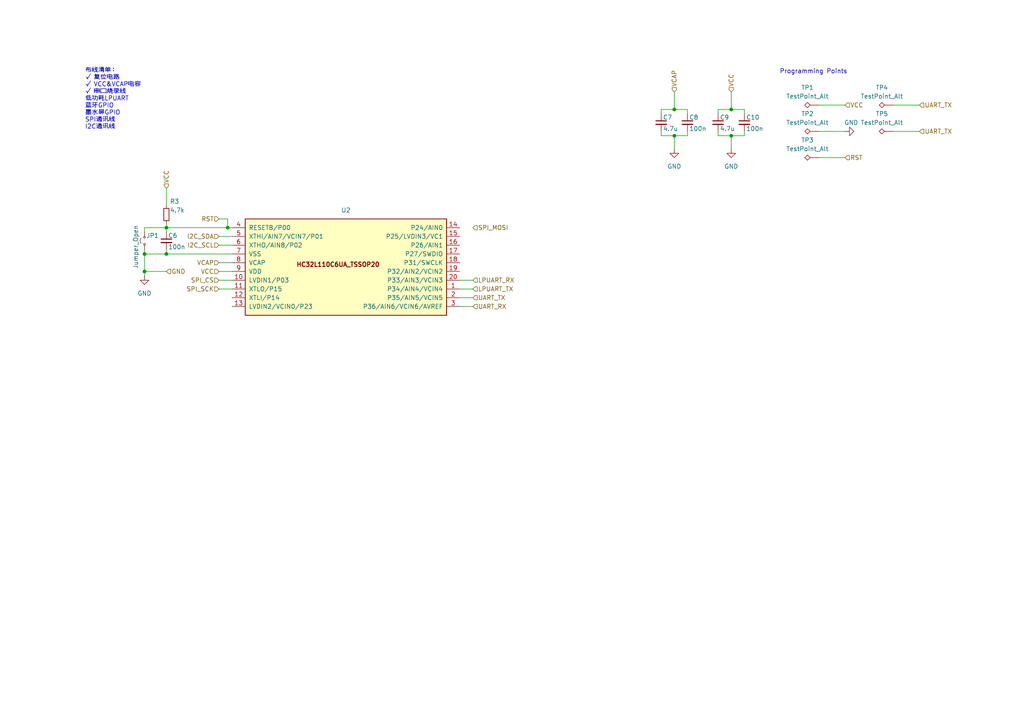
<source format=kicad_sch>
(kicad_sch (version 20231120) (generator "eeschema") (generator_version "8.0")
  (paper "A4")
  (lib_symbols
    (symbol "Connector:TestPoint_Alt" (pin_numbers hide) (pin_names (offset 0.762) hide)
      (property "Reference" "TP" (at 0 6.858 0))
      (property "Value" "TestPoint_Alt" (at 0 5.08 0))
      (symbol "TestPoint_Alt_0_1"
        (polyline (pts (xy 0 2.54) (xy -0.762 3.302) (xy 0 4.064) (xy 0.762 3.302) (xy 0 2.54)))
      )
      (symbol "TestPoint_Alt_1_1"
        (pin passive line (at 0 0 90) (length 2.54) (name "1") (number "1"))
      )
    )
    (symbol "Device:C_Small" (pin_numbers hide) (pin_names (offset 0.254) hide)
      (property "Reference" "C" (at 0.254 1.778 0))
      (property "Value" "C_Small" (at 0.254 -2.032 0))
      (symbol "C_Small_0_1"
        (polyline (pts (xy -1.524 -0.508) (xy 1.524 -0.508)) (stroke (width 0.3302)))
        (polyline (pts (xy -1.524 0.508) (xy 1.524 0.508)) (stroke (width 0.3048)))
      )
      (symbol "C_Small_1_1"
        (pin passive line (at 0 2.54 270) (length 2.032) (name "~") (number "1"))
        (pin passive line (at 0 -2.54 90) (length 2.032) (name "~") (number "2"))
      )
    )
    (symbol "Device:R_Small" (pin_numbers hide) (pin_names (offset 0.254) hide)
      (property "Reference" "R" (at 0.762 0.508 0))
      (property "Value" "R_Small" (at 0.762 -1.016 0))
      (symbol "R_Small_0_1"
        (rectangle (start -0.762 1.778) (end 0.762 -1.778) (stroke (width 0.2032)))
      )
      (symbol "R_Small_1_1"
        (pin passive line (at 0 2.54 270) (length 0.762) (name "~") (number "1"))
        (pin passive line (at 0 -2.54 90) (length 0.762) (name "~") (number "2"))
      )
    )
    (symbol "HC32L110C6UA_TSSOP20:HC32L110C6UA-TSSOP20" (pin_names (offset 1.0142))
      (property "Reference" "U?" (at 0 7.0357 0))
      (symbol "HC32L110C6UA-TSSOP20_1_1"
        (rectangle (start -29.21 13.97) (end 29.21 -13.97) (stroke (width 0.254)) (fill (type background)))
        (text "HC32L110C6UA_TSSOP20" (at -2.286 0.762 0) (effects (font (size 1.27 1.27) (thickness 0.254) (bold yes))))
        (pin bidirectional line (at 33.02 -6.35 180) (length 3.81) (name "P34/AIN4/VCIN4") (number "1"))
        (pin bidirectional line (at -33.02 -3.81 0) (length 3.81) (name "LVDIN1/P03") (number "10"))
        (pin bidirectional line (at -33.02 -6.35 0) (length 3.81) (name "XTLO/P15") (number "11"))
        (pin bidirectional line (at -33.02 -8.89 0) (length 3.81) (name "XTLI/P14") (number "12"))
        (pin bidirectional line (at -33.02 -11.43 0) (length 3.81) (name "LVDIN2/VCIN0/P23") (number "13"))
        (pin bidirectional line (at 33.02 11.43 180) (length 3.81) (name "P24/AIN0") (number "14"))
        (pin bidirectional line (at 33.02 8.89 180) (length 3.81) (name "P25/LVDIN3/VC1") (number "15"))
        (pin bidirectional line (at 33.02 6.35 180) (length 3.81) (name "P26/AIN1") (number "16"))
        (pin bidirectional line (at 33.02 3.81 180) (length 3.81) (name "P27/SWDIO") (number "17"))
        (pin input line (at 33.02 1.27 180) (length 3.81) (name "P31/SWCLK") (number "18"))
        (pin bidirectional line (at 33.02 -1.27 180) (length 3.81) (name "P32/AIN2/VCIN2") (number "19"))
        (pin bidirectional line (at 33.02 -8.89 180) (length 3.81) (name "P35/AIN5/VCIN5") (number "2"))
        (pin bidirectional line (at 33.02 -3.81 180) (length 3.81) (name "P33/AIN3/VCIN3") (number "20"))
        (pin bidirectional line (at 33.02 -11.43 180) (length 3.81) (name "P36/AIN6/VCIN6/AVREF") (number "3"))
        (pin input line (at -33.02 11.43 0) (length 3.81) (name "RESETB/P00") (number "4"))
        (pin bidirectional line (at -33.02 8.89 0) (length 3.81) (name "XTHI/AIN7/VCIN7/P01") (number "5"))
        (pin bidirectional line (at -33.02 6.35 0) (length 3.81) (name "XTHO/AIN8/P02") (number "6"))
        (pin power_in line (at -33.02 3.81 0) (length 3.81) (name "VSS") (number "7"))
        (pin passive line (at -33.02 1.27 0) (length 3.81) (name "VCAP") (number "8"))
        (pin power_in line (at -33.02 -1.27 0) (length 3.81) (name "VDD") (number "9"))
      )
    )
    (symbol "Jumper:Jumper_2_Small_Open" (pin_numbers hide) (pin_names (offset 0) hide) (exclude_from_sim yes)
      (property "Reference" "JP" (at 0 2.794 0))
      (property "Value" "Jumper_2_Small_Open" (at 0 -2.286 0))
      (symbol "Jumper_2_Small_Open_0_0"
        (circle (center -1.016 0) (radius 0.254))
        (circle (center 1.016 0) (radius 0.254))
      )
      (symbol "Jumper_2_Small_Open_0_1"
        (arc (start 0.762 1.0196) (mid 0 1.2729) (end -0.762 1.0196))
      )
      (symbol "Jumper_2_Small_Open_1_1"
        (pin passive line (at -2.54 0 0) (length 1.27) (name "A") (number "1"))
        (pin passive line (at 2.54 0 180) (length 1.27) (name "B") (number "2"))
      )
    )
    (symbol "power:GND" (power) (pin_numbers hide) (pin_names (offset 0) hide)
      (property "Value" "GND" (at 0 -3.81 0))
      (symbol "GND_0_1"
        (polyline (pts (xy 0 0) (xy 0 -1.27) (xy 1.27 -1.27) (xy 0 -2.54) (xy -1.27 -1.27) (xy 0 -1.27)))
      )
      (symbol "GND_1_1"
        (pin power_in line (at 0 0 270) (length 0) (name "~") (number "1"))
      )
    )
  )
  (junction (at 195.58 39.37))
  (junction (at 41.91 78.74))
  (junction (at 48.26 73.66))
  (junction (at 195.58 31.75))
  (junction (at 41.91 73.66))
  (junction (at 66.04 66.04))
  (junction (at 212.09 31.75))
  (junction (at 48.26 66.04))
  (junction (at 212.09 39.37))
  (wire (pts (xy 66.04 66.04) (xy 67.31 66.04)))
  (wire (pts (xy 208.28 31.75) (xy 208.28 33.02)))
  (wire (pts (xy 133.35 88.9) (xy 137.16 88.9)))
  (wire (pts (xy 63.5 63.5) (xy 66.04 63.5)))
  (wire (pts (xy 48.26 66.04) (xy 48.26 67.31)))
  (wire (pts (xy 212.09 26.67) (xy 212.09 31.75)))
  (wire (pts (xy 63.5 83.82) (xy 67.31 83.82)))
  (wire (pts (xy 41.91 73.66) (xy 48.26 73.66)))
  (wire (pts (xy 41.91 73.66) (xy 41.91 78.74)))
  (wire (pts (xy 215.9 31.75) (xy 215.9 33.02)))
  (wire (pts (xy 133.35 83.82) (xy 137.16 83.82)))
  (wire (pts (xy 48.26 66.04) (xy 66.04 66.04)))
  (wire (pts (xy 212.09 39.37) (xy 215.9 39.37)))
  (wire (pts (xy 191.77 31.75) (xy 195.58 31.75)))
  (wire (pts (xy 195.58 31.75) (xy 199.39 31.75)))
  (wire (pts (xy 237.49 38.1) (xy 245.11 38.1)))
  (wire (pts (xy 41.91 72.39) (xy 41.91 73.66)))
  (wire (pts (xy 63.5 78.74) (xy 67.31 78.74)))
  (wire (pts (xy 41.91 66.04) (xy 48.26 66.04)))
  (wire (pts (xy 199.39 31.75) (xy 199.39 33.02)))
  (wire (pts (xy 48.26 72.39) (xy 48.26 73.66)))
  (wire (pts (xy 63.5 81.28) (xy 67.31 81.28)))
  (wire (pts (xy 212.09 31.75) (xy 208.28 31.75)))
  (wire (pts (xy 195.58 43.18) (xy 195.58 39.37)))
  (wire (pts (xy 66.04 63.5) (xy 66.04 66.04)))
  (wire (pts (xy 63.5 68.58) (xy 67.31 68.58)))
  (wire (pts (xy 259.08 38.1) (xy 266.7 38.1)))
  (wire (pts (xy 237.49 30.48) (xy 245.11 30.48)))
  (wire (pts (xy 237.49 45.72) (xy 245.11 45.72)))
  (wire (pts (xy 41.91 66.04) (xy 41.91 67.31)))
  (wire (pts (xy 191.77 38.1) (xy 191.77 39.37)))
  (wire (pts (xy 41.91 78.74) (xy 41.91 80.01)))
  (wire (pts (xy 212.09 43.18) (xy 212.09 39.37)))
  (wire (pts (xy 259.08 30.48) (xy 266.7 30.48)))
  (wire (pts (xy 48.26 73.66) (xy 67.31 73.66)))
  (wire (pts (xy 48.26 54.61) (xy 48.26 59.69)))
  (wire (pts (xy 133.35 86.36) (xy 137.16 86.36)))
  (wire (pts (xy 208.28 39.37) (xy 212.09 39.37)))
  (wire (pts (xy 41.91 78.74) (xy 48.26 78.74)))
  (wire (pts (xy 195.58 39.37) (xy 199.39 39.37)))
  (wire (pts (xy 199.39 39.37) (xy 199.39 38.1)))
  (wire (pts (xy 195.58 26.67) (xy 195.58 31.75)))
  (wire (pts (xy 63.5 71.12) (xy 67.31 71.12)))
  (wire (pts (xy 48.26 64.77) (xy 48.26 66.04)))
  (wire (pts (xy 191.77 33.02) (xy 191.77 31.75)))
  (wire (pts (xy 208.28 38.1) (xy 208.28 39.37)))
  (wire (pts (xy 63.5 76.2) (xy 67.31 76.2)))
  (wire (pts (xy 133.35 81.28) (xy 137.16 81.28)))
  (wire (pts (xy 212.09 31.75) (xy 215.9 31.75)))
  (wire (pts (xy 195.58 39.37) (xy 191.77 39.37)))
  (wire (pts (xy 215.9 39.37) (xy 215.9 38.1)))
  (text "布线清单：\n√ 复位电路\n√ VCC&VCAP电容\n√ 串口烧录线\n低功耗LPUART\n蓝牙GPIO\n墨水屏GPIO\nSPI通讯线\nI2C通讯线" (at 24.638 28.702 0) (effects (font (size 1.27 1.27)) (justify left)))
  (text "Programming Points" (at 235.966 20.828 0) (effects (font (size 1.27 1.27))))
  (hierarchical_label "VCC" (shape input) (at 48.26 54.61 90))
  (hierarchical_label "UART_TX" (shape input) (at 266.7 38.1 0))
  (hierarchical_label "VCAP" (shape input) (at 63.5 76.2 180))
  (hierarchical_label "UART_TX" (shape input) (at 137.16 86.36 0))
  (hierarchical_label "UART_RX" (shape input) (at 137.16 88.9 0))
  (hierarchical_label "LPUART_RX" (shape input) (at 137.16 81.28 0))
  (hierarchical_label "VCAP" (shape input) (at 195.58 26.67 90))
  (hierarchical_label "LPUART_TX" (shape input) (at 137.16 83.82 0))
  (hierarchical_label "VCC" (shape input) (at 63.5 78.74 180))
  (hierarchical_label "VCC" (shape input) (at 212.09 26.67 90))
  (hierarchical_label "SPI_CS" (shape input) (at 63.5 81.28 180))
  (hierarchical_label "GND" (shape input) (at 48.26 78.74 0))
  (hierarchical_label "RST" (shape input) (at 245.11 45.72 0))
  (hierarchical_label "I2C_SCL" (shape input) (at 63.5 71.12 180))
  (hierarchical_label "VCC" (shape input) (at 245.11 30.48 0))
  (hierarchical_label "UART_TX" (shape input) (at 266.7 30.48 0))
  (hierarchical_label "I2C_SDA" (shape input) (at 63.5 68.58 180))
  (hierarchical_label "SPI_SCK" (shape input) (at 63.5 83.82 180))
  (hierarchical_label "RST" (shape input) (at 63.5 63.5 180))
  (hierarchical_label "SPI_MOSI" (shape input) (at 137.16 66.04 0))
  (symbol (lib_id "Connector:TestPoint_Alt") (at 259.08 30.48 90) (unit 1)
    (property "Reference" "TP4" (at 255.778 25.4 90))
    (property "Value" "TestPoint_Alt" (at 255.778 27.94 90))
    (property "Description" "test point (alternative shape)" (effects (hide yes)))
  )
  (symbol (lib_id "power:GND") (at 212.09 43.18 0) (unit 1)
    (property "Reference" "#PWR04" (effects (hide yes)))
    (property "Value" "GND" (at 212.09 48.26 0))
    (property "Description" "Power symbol creates a global label with name \"GND\" , ground" (effects (hide yes)))
  )
  (symbol (lib_id "Device:R_Small") (at 48.26 62.23 0) (unit 1)
    (property "Reference" "R3" (at 49.276 58.42 0) (effects (justify left)))
    (property "Value" "4.7k" (at 49.276 60.96 0) (effects (justify left)))
    (property "Description" "Resistor, small symbol" (effects (hide yes)))
  )
  (symbol (lib_id "Connector:TestPoint_Alt") (at 237.49 30.48 90) (unit 1)
    (property "Reference" "TP1" (at 234.188 25.4 90))
    (property "Value" "TestPoint_Alt" (at 234.188 27.94 90))
    (property "Description" "test point (alternative shape)" (effects (hide yes)))
  )
  (symbol (lib_id "Device:C_Small") (at 48.26 69.85 0) (unit 1)
    (property "Reference" "C6" (at 48.768 68.326 0) (effects (justify left)))
    (property "Value" "100n" (at 48.768 71.628 0) (effects (justify left)))
    (property "Description" "Unpolarized capacitor, small symbol" (effects (hide yes)))
    (property "规格" "0603" (effects (hide yes)))
  )
  (symbol (lib_id "Device:C_Small") (at 208.28 35.56 0) (unit 1)
    (property "Reference" "C9" (at 208.788 34.036 0) (effects (justify left)))
    (property "Value" "4.7u" (at 208.788 37.338 0) (effects (justify left)))
    (property "Description" "Unpolarized capacitor, small symbol" (effects (hide yes)))
    (property "规格" "0603" (effects (hide yes)))
  )
  (symbol (lib_id "HC32L110C6UA_TSSOP20:HC32L110C6UA-TSSOP20") (at 100.33 77.47 0) (unit 1)
    (property "Reference" "U2" (at 100.33 60.96 0))
    (property "Footprint" "Package_SO:TSSOP-20_4.4x6.5mm_P0.65mm" (effects (hide yes)))
    (property "Description" "32-bit ARM ® Cortex ®- M0+microcontroller" (effects (hide yes)))
    (property "Manufacturer" "XHSC" (effects (hide yes)))
    (property "Frequency (Max)" "32 MHz" (effects (hide yes)))
    (property "Height" "0.85 mm" (effects (hide yes)))
    (property "Interface" "I²C,UART,SPI" (effects (hide yes)))
    (property "Lead Free" "Yes" (effects (hide yes)))
    (property "Memory Size" "4 kB" (effects (hide yes)))
    (property "Mount" "表面贴装" (effects (hide yes)))
    (property "Number of GPIO" "16 defualt" (effects (hide yes)))
    (property "Number of I2C Channels" "1 defualt" (effects (hide yes)))
    (property "Number of UART Channels" "3 defualt" (effects (hide yes)))
    (property "Operating Temperature" "85 °C" (effects (hide yes)))
    (property "Operating Temperature (Max)" "85 °C" (effects (hide yes)))
    (property "Operating Temperature (Min)" "-40 °C" (effects (hide yes)))
    (property "Pins" "20 defualt" (effects (hide yes)))
    (property "RAM Size" "4 kB" (effects (hide yes)))
    (property "Series" "HC32L110" (effects (hide yes)))
    (property "Supply Voltage" "-0.3 V" (effects (hide yes)))
    (property "Watchdog Timer" "有" (effects (hide yes)))
  )
  (symbol (lib_id "Connector:TestPoint_Alt") (at 237.49 45.72 90) (unit 1)
    (property "Reference" "TP3" (at 234.188 40.64 90))
    (property "Value" "TestPoint_Alt" (at 234.188 43.18 90))
    (property "Description" "test point (alternative shape)" (effects (hide yes)))
  )
  (symbol (lib_id "Device:C_Small") (at 199.39 35.56 0) (unit 1)
    (property "Reference" "C8" (at 199.898 34.036 0) (effects (justify left)))
    (property "Value" "100n" (at 199.898 37.338 0) (effects (justify left)))
    (property "Description" "Unpolarized capacitor, small symbol" (effects (hide yes)))
    (property "规格" "0402" (effects (hide yes)))
  )
  (symbol (lib_id "power:GND") (at 195.58 43.18 0) (unit 1)
    (property "Reference" "#PWR03" (effects (hide yes)))
    (property "Value" "GND" (at 195.58 48.26 0))
    (property "Description" "Power symbol creates a global label with name \"GND\" , ground" (effects (hide yes)))
  )
  (symbol (lib_id "Connector:TestPoint_Alt") (at 259.08 38.1 90) (unit 1)
    (property "Reference" "TP5" (at 255.778 33.02 90))
    (property "Value" "TestPoint_Alt" (at 255.778 35.56 90))
    (property "Description" "test point (alternative shape)" (effects (hide yes)))
  )
  (symbol (lib_id "power:GND") (at 245.11 38.1 90) (unit 1)
    (property "Reference" "#PWR06" (effects (hide yes)))
    (property "Value" "GND" (at 244.856 35.56 90) (effects (justify right)))
    (property "Description" "Power symbol creates a global label with name \"GND\" , ground" (effects (hide yes)))
  )
  (symbol (lib_id "Device:C_Small") (at 215.9 35.56 0) (unit 1)
    (property "Reference" "C10" (at 216.408 34.036 0) (effects (justify left)))
    (property "Value" "100n" (at 216.408 37.338 0) (effects (justify left)))
    (property "Description" "Unpolarized capacitor, small symbol" (effects (hide yes)))
    (property "规格" "0402" (effects (hide yes)))
  )
  (symbol (lib_id "Connector:TestPoint_Alt") (at 237.49 38.1 90) (unit 1)
    (property "Reference" "TP2" (at 234.188 33.02 90))
    (property "Value" "TestPoint_Alt" (at 234.188 35.56 90))
    (property "Description" "test point (alternative shape)" (effects (hide yes)))
  )
  (symbol (lib_id "Jumper:Jumper_2_Small_Open") (at 41.91 69.85 90) (unit 1) (exclude_from_sim yes)
    (property "Reference" "JP1" (at 42.418 68.326 90) (effects (justify right)))
    (property "Value" "Jumper_Open" (at 39.37 65.278 0) (effects (justify right)))
    (property "Description" "Jumper, 2-pole, small symbol, open" (effects (hide yes)))
  )
  (symbol (lib_id "power:GND") (at 41.91 80.01 0) (unit 1)
    (property "Reference" "#PWR05" (effects (hide yes)))
    (property "Value" "GND" (at 41.91 85.09 0))
    (property "Description" "Power symbol creates a global label with name \"GND\" , ground" (effects (hide yes)))
  )
  (symbol (lib_id "Device:C_Small") (at 191.77 35.56 0) (unit 1)
    (property "Reference" "C7" (at 192.278 34.036 0) (effects (justify left)))
    (property "Value" "4.7u" (at 192.278 37.338 0) (effects (justify left)))
    (property "Description" "Unpolarized capacitor, small symbol" (effects (hide yes)))
    (property "规格" "0603" (effects (hide yes)))
  )
)
</source>
